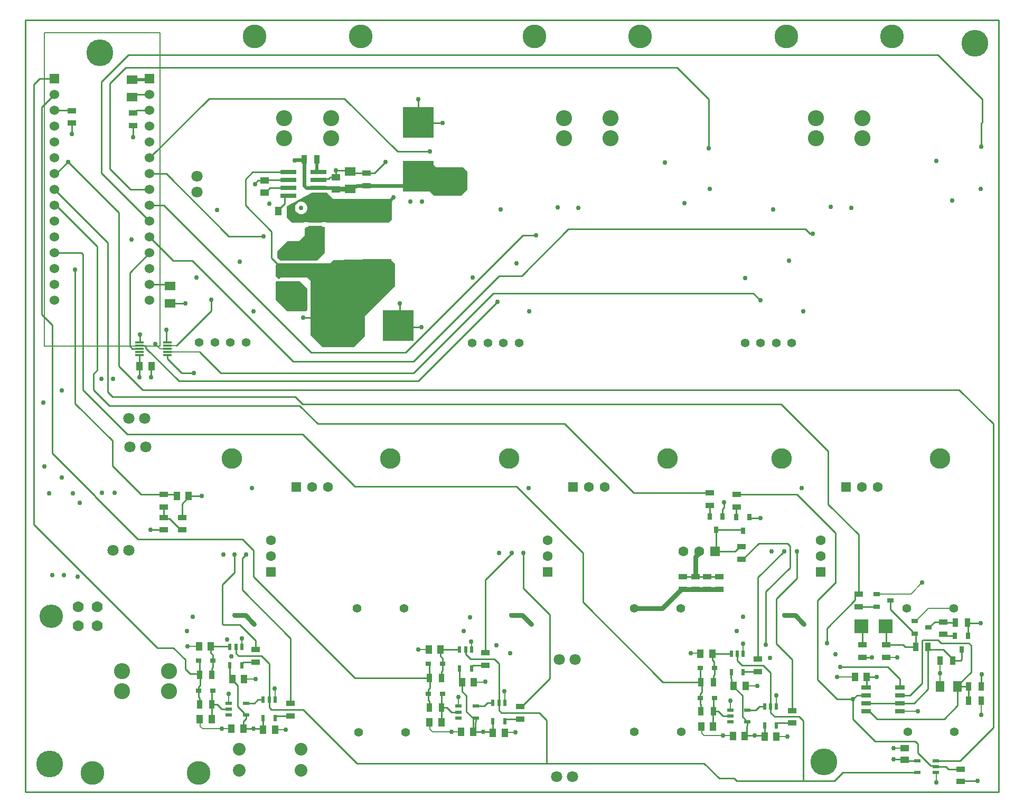
<source format=gbl>
G04*
G04 #@! TF.GenerationSoftware,Altium Limited,Altium Designer,21.9.2 (33)*
G04*
G04 Layer_Physical_Order=4*
G04 Layer_Color=16711680*
%FSLAX25Y25*%
%MOIN*%
G70*
G04*
G04 #@! TF.SameCoordinates,2187BA10-C0C5-499C-AD3E-B80059DCE3BC*
G04*
G04*
G04 #@! TF.FilePolarity,Positive*
G04*
G01*
G75*
%ADD13C,0.01000*%
%ADD15C,0.00500*%
%ADD17R,0.03543X0.05315*%
%ADD20R,0.07087X0.05709*%
%ADD21R,0.02362X0.03937*%
%ADD26C,0.03000*%
%ADD31R,0.05315X0.03543*%
%ADD32R,0.04134X0.05512*%
%ADD33R,0.08898X0.11024*%
%ADD38R,0.05512X0.04134*%
%ADD39R,0.05709X0.07087*%
%ADD79C,0.00800*%
%ADD82C,0.02000*%
%ADD84C,0.03000*%
%ADD85R,0.06299X0.06299*%
%ADD86C,0.06299*%
%ADD87C,0.07087*%
%ADD88C,0.10158*%
%ADD89C,0.15000*%
%ADD90C,0.06024*%
%ADD91R,0.06024X0.06024*%
%ADD92C,0.13000*%
%ADD93R,0.06299X0.06299*%
%ADD94C,0.05600*%
%ADD95C,0.07000*%
%ADD96C,0.14800*%
%ADD97C,0.16929*%
%ADD98C,0.08000*%
%ADD99C,0.05512*%
%ADD116R,0.02756X0.03937*%
%ADD117R,0.03937X0.02362*%
%ADD118R,0.21260X0.11417*%
%ADD119R,0.08661X0.08701*%
%ADD120R,0.06102X0.02559*%
%ADD121R,0.03543X0.02559*%
%ADD122R,0.19685X0.19685*%
%ADD123R,0.05315X0.01181*%
%ADD124R,0.09843X0.02756*%
%ADD125R,0.19685X0.19685*%
%ADD126R,0.03937X0.02756*%
%ADD127C,0.02300*%
G36*
X259500Y394500D02*
X276500D01*
X279000Y392000D01*
Y380500D01*
X275000Y376500D01*
X258000D01*
X251500Y383000D01*
Y395500D01*
X255500Y398500D01*
X259500Y394500D01*
D02*
G37*
G36*
X194500Y374500D02*
X230000D01*
X231500Y373000D01*
Y361500D01*
X229500Y359500D01*
X189944D01*
Y360113D01*
X176246D01*
Y359500D01*
X168500D01*
X165000Y363000D01*
X165000Y370000D01*
X181000Y378500D01*
X190500D01*
X194500Y374500D01*
D02*
G37*
G36*
X189000Y340500D02*
X184000Y335500D01*
X161000D01*
X159000Y337500D01*
Y341500D01*
X165500Y348000D01*
X173000D01*
X176500Y351500D01*
Y356000D01*
X177387Y356887D01*
X189000D01*
Y340500D01*
D02*
G37*
G36*
X178000Y318000D02*
Y304500D01*
X177000Y303500D01*
X165500D01*
X158000Y311000D01*
Y322000D01*
X158500Y322500D01*
X173500D01*
X178000Y318000D01*
D02*
G37*
G36*
X231000Y336000D02*
X233500Y333500D01*
Y319000D01*
X233000D01*
X214500Y300500D01*
Y288000D01*
X207500Y281000D01*
X187500D01*
X180000Y288500D01*
Y323000D01*
X178000Y325000D01*
X161000D01*
X160000Y324000D01*
X158000Y326000D01*
Y333000D01*
X159000Y334000D01*
X192500D01*
X194500Y336000D01*
X195000D01*
X219000Y336500D01*
X231000D01*
Y336000D01*
D02*
G37*
%LPC*%
G36*
X174755Y372813D02*
X173728D01*
X172736Y372547D01*
X171847Y372033D01*
X171121Y371307D01*
X170607Y370418D01*
X170342Y369426D01*
Y368399D01*
X170607Y367407D01*
X171121Y366518D01*
X171847Y365792D01*
X172736Y365278D01*
X173728Y365013D01*
X174755D01*
X175747Y365278D01*
X176636Y365792D01*
X177362Y366518D01*
X177876Y367407D01*
X178141Y368399D01*
Y369426D01*
X177876Y370418D01*
X177362Y371307D01*
X176636Y372033D01*
X175747Y372547D01*
X174755Y372813D01*
D02*
G37*
%LPD*%
D13*
X88332Y172606D02*
X91072D01*
X87500Y173437D02*
X88332Y172606D01*
X91072D02*
X98114Y165563D01*
X451114Y154937D02*
X452000D01*
X448177Y152000D02*
X451114Y154937D01*
X435500Y152000D02*
X448177D01*
X452531Y146531D02*
X463000Y157000D01*
X448890Y179953D02*
X449000Y180063D01*
X448890Y173500D02*
Y179953D01*
X423886Y135937D02*
X425157D01*
X430500D01*
X423000D02*
X423886D01*
X415000D02*
X423000D01*
X430500D02*
X438000D01*
X340500Y232500D02*
X384063Y188937D01*
X432000D01*
X436055Y152555D02*
Y165535D01*
X435500Y152000D02*
X436055Y152555D01*
X452445Y165535D02*
X452945Y165035D01*
X436055Y165535D02*
X452445D01*
X432000Y174000D02*
Y181063D01*
X441000Y179459D02*
Y183000D01*
X440110Y174000D02*
Y178569D01*
X441000Y179459D01*
X457000Y173500D02*
X457500Y173000D01*
X464000D01*
X449000Y188000D02*
X487000D01*
X511414Y163586D01*
Y132000D02*
Y163586D01*
X511000Y132000D02*
X511414D01*
X500000Y121000D02*
X511000Y132000D01*
X500000Y71000D02*
Y121000D01*
Y71000D02*
X512500Y58500D01*
X522500D01*
X523842Y121173D02*
Y123665D01*
X525114Y124937D01*
X506000Y94000D02*
Y103331D01*
X523842Y121173D01*
X525114Y124937D02*
X526000D01*
X175000Y245000D02*
X477000D01*
X506750Y215250D01*
X170500Y249500D02*
X175000Y245000D01*
X506750Y181750D02*
X526000Y162500D01*
X506750Y181750D02*
Y215250D01*
X463000Y157000D02*
X481000D01*
X482750Y141750D02*
Y155250D01*
X481000Y157000D02*
X482750Y155250D01*
X467500Y126500D02*
X482750Y141750D01*
X487000Y135000D02*
Y152000D01*
X474000Y122000D02*
X487000Y135000D01*
X467500Y93000D02*
Y126500D01*
X462500Y83937D02*
Y135500D01*
X479000Y152000D01*
X474000Y93500D02*
Y122000D01*
Y93500D02*
X484000Y83500D01*
Y51374D02*
Y83500D01*
X310000Y193000D02*
X352000Y151000D01*
Y120000D02*
Y151000D01*
Y120000D02*
X402563Y69437D01*
X526000Y124937D02*
Y162500D01*
X19500Y370500D02*
X45500Y344500D01*
X18500Y370500D02*
X19500D01*
X45500Y344500D02*
X45500D01*
X18500Y380500D02*
X52000Y347000D01*
X611000Y40500D02*
Y232500D01*
X590240Y19740D02*
X611000Y40500D01*
X589500Y254000D02*
X611000Y232500D01*
X74000Y254000D02*
X589500D01*
X491000Y7000D02*
Y45000D01*
X488500Y47500D02*
X491000Y45000D01*
X473000Y47500D02*
X488500D01*
X491000Y7000D02*
X510740D01*
X516000Y12260D02*
X563095D01*
X510740Y7000D02*
X516000Y12260D01*
X449000Y7000D02*
X491000D01*
X329000Y18000D02*
X428500D01*
X438000Y8500D01*
X447500D01*
X449000Y7000D01*
X43000Y254000D02*
X53000Y244000D01*
X173172D01*
X184672Y232500D01*
X340500D01*
X55000Y249500D02*
X170500D01*
X43000Y254000D02*
Y264000D01*
X45500Y266500D01*
X64500Y226000D02*
X175000D01*
X208000Y193000D01*
X36500Y254000D02*
Y339500D01*
Y254000D02*
X64500Y226000D01*
X52000Y252500D02*
X55000Y249500D01*
X35500Y340500D02*
X36500Y339500D01*
X45500Y266500D02*
Y344500D01*
X103240Y186311D02*
Y187000D01*
X99000Y173437D02*
Y182071D01*
X103240Y186311D01*
X98114Y165563D02*
X99000D01*
X99063Y165500D01*
X79000D02*
X87437D01*
X87500Y165563D01*
Y173437D02*
Y180063D01*
X570555Y103945D02*
X574047Y107437D01*
X579500D01*
X569965Y103945D02*
X570555D01*
X579937Y107000D02*
X587063D01*
X579500Y107437D02*
X579937Y107000D01*
X595000Y106937D02*
X595437Y106500D01*
X594937Y107000D02*
X595000Y106937D01*
X595437Y106500D02*
X603000D01*
X595000Y98500D02*
Y106937D01*
X580563Y98500D02*
X586890D01*
X579500Y99563D02*
X580563Y98500D01*
X584165Y84272D02*
Y85287D01*
X579417Y90035D02*
X584165Y85287D01*
X571209Y90035D02*
X579417D01*
X584165Y84272D02*
X585437Y83000D01*
X590359D02*
X590945Y83586D01*
Y90035D01*
X585437Y83000D02*
X590359D01*
X595500Y94000D02*
X597000Y92500D01*
Y75677D02*
Y92500D01*
X578000Y94000D02*
X595500D01*
X588512Y67189D02*
X597000Y75677D01*
X78500Y400500D02*
X116000Y438000D01*
X201500D01*
X235000Y404500D02*
X255500D01*
X201500Y438000D02*
X235000Y404500D01*
X295500Y315000D02*
X459500D01*
X464000Y310500D01*
X248000Y259500D02*
X298000Y309500D01*
X97000Y259500D02*
X248000D01*
X95453Y281953D02*
X117500Y304000D01*
Y311000D01*
X342914Y355500D02*
X492500D01*
X495500Y352500D01*
X299000Y326000D02*
X313414D01*
X245000Y272000D02*
X299000Y326000D01*
X313414D02*
X342914Y355500D01*
X239953Y277500D02*
X313953Y351500D01*
X322500D01*
X128500Y351000D02*
X150500D01*
X89000Y390500D02*
X128500Y351000D01*
X94823Y187937D02*
X95760Y187000D01*
X73063Y187937D02*
X94823D01*
X55000Y206000D02*
X73063Y187937D01*
X103240Y187000D02*
X111500D01*
X44000Y186500D02*
X71000Y159500D01*
X137000D02*
X144000Y152500D01*
X71000Y159500D02*
X137000D01*
X590937Y7000D02*
X601000D01*
X590500Y6563D02*
X590937Y7000D01*
X574905Y16000D02*
X581236D01*
X582799Y14437D02*
X590500D01*
X581236Y16000D02*
X582799Y14437D01*
X603500Y422521D02*
X604000Y423021D01*
X603500Y407500D02*
Y422521D01*
X604000Y423021D02*
Y437500D01*
X215500Y390937D02*
X220437D01*
X227500Y398000D01*
X5500Y169000D02*
X83503Y90997D01*
X5500Y169000D02*
Y447000D01*
X209500Y18000D02*
X329000D01*
Y45414D01*
X175500Y52000D02*
X209500Y18000D01*
X474240Y42819D02*
X474921Y43500D01*
X470500Y50000D02*
X473000Y47500D01*
X474921Y43500D02*
X484000D01*
X474240Y42031D02*
Y42819D01*
X548000Y20500D02*
X554760D01*
X555000Y20260D01*
X555520Y19740D01*
X563095D01*
X536500Y32000D02*
X561914D01*
X563500Y30414D01*
X522500Y46000D02*
X536500Y32000D01*
X525000Y61000D02*
X530870D01*
X522500Y46000D02*
Y58500D01*
X525000Y61000D01*
X563500Y24500D02*
Y30414D01*
Y24500D02*
X571437Y16563D01*
X574342D02*
X574905Y16000D01*
X571437Y16563D02*
X574342D01*
X245000Y264500D02*
X295500Y315000D01*
X123500Y264500D02*
X245000D01*
X52000Y252500D02*
Y347000D01*
X59000Y269000D02*
Y366000D01*
Y269000D02*
X74000Y254000D01*
X574905Y19740D02*
X590240D01*
X27000Y398000D02*
X59000Y366000D01*
X19500Y390500D02*
X27000Y398000D01*
X18500Y390500D02*
X19500D01*
X137803Y44740D02*
X139413Y46350D01*
X137803Y39937D02*
Y44740D01*
X133000Y87500D02*
Y91780D01*
Y87500D02*
X134500Y86000D01*
X449500Y83000D02*
Y87343D01*
Y83000D02*
X452500Y80000D01*
X465831D01*
X175500Y299500D02*
X190500D01*
X191500Y298500D01*
X130760Y70685D02*
Y71374D01*
Y70685D02*
X134000Y67445D01*
X137945Y49315D02*
X138626Y48634D01*
X137945Y49315D02*
Y50102D01*
X134000Y54047D02*
Y67445D01*
X138626Y48634D02*
X139413D01*
X134000Y54047D02*
X137945Y50102D01*
X274260Y70937D02*
X275760Y69437D01*
X274000Y77772D02*
X274260Y77512D01*
Y70937D02*
Y77512D01*
X275760Y63461D02*
X278500Y60720D01*
X275760Y63461D02*
Y69437D01*
X278500Y50717D02*
Y60720D01*
X282740Y37937D02*
Y46476D01*
X278500Y50717D02*
X282740Y46476D01*
X109984Y278016D02*
X123500Y264500D01*
X98916D02*
X106500D01*
X89830Y273586D02*
X98916Y264500D01*
X89830Y273586D02*
Y275977D01*
X89760Y276047D02*
X89830Y275977D01*
X76198Y280302D02*
X97000Y259500D01*
X75436Y281875D02*
X76198Y281113D01*
Y280302D02*
Y281113D01*
X72318Y281875D02*
X75436D01*
X208000Y193000D02*
X310000D01*
X18500Y340500D02*
X35500D01*
X455126Y44197D02*
X455913D01*
X454445Y44878D02*
Y45665D01*
X452645Y47465D02*
Y60863D01*
X454445Y44878D02*
X455126Y44197D01*
X452645Y47465D02*
X454445Y45665D01*
X455913Y41913D02*
Y44197D01*
X447260Y66248D02*
Y66937D01*
Y66248D02*
X452645Y60863D01*
X552130Y61000D02*
X558500D01*
X566000Y68500D02*
Y95414D01*
X558500Y61000D02*
X566000Y68500D01*
X566586Y96000D02*
X576000D01*
X566000Y95414D02*
X566586Y96000D01*
X576000D02*
X578000Y94000D01*
X588512Y66500D02*
Y67189D01*
X569937Y64937D02*
Y91500D01*
X561000Y56000D02*
X569937Y64937D01*
Y91307D02*
X571209Y90035D01*
X537642Y46000D02*
X580000D01*
X588512Y54512D01*
X532642Y51000D02*
X537642Y46000D01*
X530870Y51000D02*
X532642D01*
X588512Y54512D02*
Y66500D01*
X595563D01*
Y57500D02*
Y66500D01*
X603437Y74087D02*
X603707Y74357D01*
X603437Y66500D02*
Y74087D01*
X552130Y56000D02*
X561000D01*
X530870D02*
X552130D01*
X526173Y116890D02*
X537500D01*
X526000Y117063D02*
X526173Y116890D01*
X560032Y100768D02*
X560910Y99890D01*
X560032Y100768D02*
Y101358D01*
X560910Y99890D02*
X561500D01*
X545965Y115425D02*
X560032Y101358D01*
X545965Y115425D02*
Y120945D01*
X543500Y92937D02*
Y104276D01*
X543276Y104500D02*
X543500Y104276D01*
X528500Y92937D02*
Y103724D01*
X527724Y104500D02*
X528500Y103724D01*
X528563Y85000D02*
X534500D01*
X528500Y85063D02*
X528563Y85000D01*
X543500Y92937D02*
X554063D01*
X555500Y91500D01*
X562063D01*
Y99327D01*
X561500Y99890D02*
X562063Y99327D01*
X530870Y66000D02*
X531240Y66370D01*
Y72500D01*
X537500D01*
X552130Y66000D02*
Y71370D01*
X544500Y79000D02*
X552130Y71370D01*
X514500Y79000D02*
X544500D01*
X324414Y50000D02*
X329000Y45414D01*
X155328Y52000D02*
X175500D01*
X154000Y53328D02*
X155328Y52000D01*
X134500Y86000D02*
X149000D01*
X154000Y81000D01*
Y58280D02*
Y81000D01*
Y53328D02*
Y58280D01*
X278000Y89842D02*
X278040Y89802D01*
Y86960D02*
X281000Y84000D01*
X278040Y86960D02*
Y89802D01*
X281000Y84000D02*
X296000D01*
X299000Y81000D01*
Y56343D02*
Y81000D01*
Y51500D02*
X300500Y50000D01*
X299000Y51500D02*
Y56343D01*
X300500Y50000D02*
X324414D01*
X470500Y53843D02*
Y75331D01*
Y50000D02*
Y53843D01*
X465831Y80000D02*
X470500Y75331D01*
X125086Y105500D02*
X135500D01*
X145500Y89811D02*
Y95500D01*
X135500Y105500D02*
X145500Y95500D01*
X314500Y128500D02*
X331000Y112000D01*
X314500Y128500D02*
Y151000D01*
X132000Y138500D02*
Y150000D01*
X124500Y131000D02*
X132000Y138500D01*
X137000Y127500D02*
Y147500D01*
X139500Y150000D01*
X124500Y106086D02*
X125086Y105500D01*
X124500Y106086D02*
Y131000D01*
X144000Y136000D02*
Y152500D01*
X137000Y127500D02*
X167500Y97000D01*
Y55811D02*
Y97000D01*
X44000Y186500D02*
Y187000D01*
X137921Y81937D02*
X145500D01*
X136740Y80756D02*
X137921Y81937D01*
X136740Y79969D02*
Y80756D01*
X290500Y134000D02*
X307000Y150500D01*
Y151000D01*
X290500Y87874D02*
Y134000D01*
X282921Y80000D02*
X290500D01*
X281740Y78819D02*
X282921Y80000D01*
X281740Y78031D02*
Y78819D01*
X453772Y76063D02*
X462500D01*
X453240Y75532D02*
X453772Y76063D01*
X312500Y53874D02*
X313386D01*
X331000Y71488D01*
Y112000D01*
X208063Y71937D02*
X255063D01*
X144000Y136000D02*
X208063Y71937D01*
X31500Y245368D02*
X55000Y221868D01*
Y206000D02*
Y221868D01*
X31500Y245368D02*
Y330000D01*
X139000Y387000D02*
X143500Y391500D01*
X139000Y370500D02*
Y387000D01*
X143500Y391500D02*
X165949D01*
X155500Y337394D02*
Y354000D01*
Y337394D02*
X163906Y328988D01*
X139000Y370500D02*
X155500Y354000D01*
X145000Y384401D02*
X146839Y386240D01*
X145000Y384000D02*
Y384401D01*
X163906Y328988D02*
X164595D01*
X17000Y214000D02*
X44000Y187000D01*
X10500Y301500D02*
X17000Y295000D01*
Y214000D02*
Y295000D01*
X83503Y90997D02*
X93503D01*
X9000Y450500D02*
X18500D01*
X5500Y447000D02*
X9000Y450500D01*
X402563Y69437D02*
X426563D01*
X425972Y70028D02*
Y78437D01*
Y70028D02*
X426563Y69437D01*
X93503Y90997D02*
X101000Y83500D01*
X10500Y301500D02*
Y432500D01*
X18500Y440500D01*
X109437Y74500D02*
X110063Y73874D01*
X101000Y77500D02*
X104000Y74500D01*
X101000Y77500D02*
Y83500D01*
X104000Y74500D02*
X109437D01*
X150260Y39374D02*
X150260Y39374D01*
X150260Y39177D02*
Y39374D01*
X149697Y39937D02*
X150260Y39374D01*
X150260Y39177D02*
Y39374D01*
X150260Y39177D02*
X150260Y39177D01*
X144000Y39937D02*
X149697D01*
X137803D02*
X144000D01*
X137740Y39874D02*
X137803Y39937D01*
X129197Y71437D02*
X130697D01*
X130760Y71374D01*
X129197Y71437D02*
X129260Y71374D01*
X118369Y83032D02*
Y86568D01*
Y83032D02*
X118528Y82874D01*
X117240Y87697D02*
Y91874D01*
Y87697D02*
X118369Y86568D01*
X109472Y59965D02*
X110063Y59374D01*
Y55374D02*
Y59374D01*
X109472Y59965D02*
Y63874D01*
X117937Y63283D02*
X118528Y63874D01*
X117937Y55374D02*
Y63283D01*
X117740Y55177D02*
X117937Y55374D01*
X117740Y45874D02*
Y55177D01*
X110063Y73874D02*
Y82284D01*
Y73874D02*
X110500Y73437D01*
X109472Y82874D02*
X110063Y82284D01*
X110500Y67437D02*
Y73437D01*
X109472Y66409D02*
X110500Y67437D01*
X109472Y63874D02*
Y66409D01*
X118528Y78465D02*
Y82874D01*
X117937Y77874D02*
X118528Y78465D01*
X117937Y73874D02*
Y77874D01*
Y55374D02*
X121063D01*
X124063Y52374D02*
X128587D01*
X121063Y55374D02*
X124063Y52374D01*
X139413Y46350D02*
Y48634D01*
X150260Y39374D02*
Y46468D01*
X158421Y47937D02*
X167500D01*
X157740Y47256D02*
X158421Y47937D01*
X157740Y46468D02*
Y47256D01*
X146843Y58280D02*
X150260D01*
X144677Y56114D02*
X146843Y58280D01*
X139413Y56114D02*
X144677D01*
X129193Y72941D02*
X130697Y71437D01*
X129000Y75937D02*
X129193Y75744D01*
Y72941D02*
Y75744D01*
X129000Y79709D02*
X129260Y79969D01*
X129000Y75937D02*
Y79709D01*
X129165Y91874D02*
X129260Y91780D01*
X117240Y91874D02*
X129165D01*
X295260Y37240D02*
Y37437D01*
X289000Y38000D02*
X294697D01*
X295260Y37437D01*
X282803Y38000D02*
X289000D01*
X295260Y37437D02*
X295260Y37437D01*
X295260Y37240D02*
X295260Y37240D01*
X295260Y37240D02*
Y37437D01*
X282740Y37937D02*
X282803Y38000D01*
X263369Y81095D02*
Y84631D01*
Y81095D02*
X263528Y80937D01*
X262240Y85760D02*
Y89937D01*
Y85760D02*
X263369Y84631D01*
X262937Y61347D02*
X263528Y61937D01*
X262937Y53437D02*
Y61347D01*
X262740Y53240D02*
X262937Y53437D01*
X262740Y43937D02*
Y53240D01*
X255063Y53437D02*
Y57437D01*
X254472Y58028D02*
Y61937D01*
Y58028D02*
X255063Y57437D01*
X263528Y76528D02*
Y80937D01*
X262937Y75937D02*
X263528Y76528D01*
X262937Y71937D02*
Y75937D01*
X255063Y71937D02*
X255500Y71500D01*
Y65500D02*
Y71500D01*
X255063Y71937D02*
Y80347D01*
X254472Y64472D02*
X255500Y65500D01*
X254472Y61937D02*
Y64472D01*
Y80937D02*
X255063Y80347D01*
X284413Y44413D02*
Y46697D01*
X284000Y44000D02*
X284413Y44413D01*
X284000Y39197D02*
Y44000D01*
X282803Y38000D02*
X284000Y39197D01*
X262937Y53437D02*
X266063D01*
X269063Y50437D02*
X273587D01*
X266063Y53437D02*
X269063Y50437D01*
X291843Y56343D02*
X295260D01*
X289677Y54177D02*
X291843Y56343D01*
X284413Y54177D02*
X289677D01*
X303421Y46000D02*
X312500D01*
X302740Y44532D02*
Y45319D01*
X303421Y46000D01*
X295260Y37437D02*
Y44532D01*
X274165Y89937D02*
X274260Y89842D01*
X262240Y89937D02*
X274165D01*
X274000Y77772D02*
X274260Y78031D01*
X433740Y83260D02*
Y87437D01*
Y83260D02*
X434869Y82131D01*
Y78595D02*
Y82131D01*
Y78595D02*
X435028Y78437D01*
X433740Y87437D02*
X445665D01*
X445760Y87343D01*
X435028Y74028D02*
Y78437D01*
X434437Y73437D02*
X435028Y74028D01*
X434437Y69437D02*
Y73437D01*
X445697Y67000D02*
X447197D01*
X447260Y66937D01*
X445693Y68504D02*
X447197Y67000D01*
X445500Y71500D02*
Y75272D01*
X445760Y75532D01*
X445500Y71500D02*
X445693Y71307D01*
Y68504D02*
Y71307D01*
X466760Y34740D02*
Y34937D01*
X466760Y34740D02*
X466760Y34740D01*
X466197Y35500D02*
X466760Y34937D01*
X463343Y53843D02*
X466760D01*
Y34740D02*
Y34937D01*
Y34937D02*
X466760Y34937D01*
X466760Y34937D02*
Y42031D01*
X455913Y51677D02*
X461177D01*
X463343Y53843D01*
X455500Y41500D02*
X455913Y41913D01*
X434437Y50937D02*
X437563D01*
X434240Y41437D02*
Y50740D01*
X434437Y50937D01*
X437563D02*
X440563Y47937D01*
X445087D01*
X427000Y63000D02*
Y69000D01*
X426563Y69437D02*
X427000Y69000D01*
X445697Y67000D02*
X445760Y66937D01*
X454303Y35500D02*
X455500Y36697D01*
Y41500D01*
X460500Y35500D02*
X466197D01*
X454303D02*
X460500D01*
X454240Y35437D02*
X454303Y35500D01*
X434437Y50937D02*
Y58846D01*
X435028Y59437D01*
X426563Y50937D02*
Y54937D01*
X425972Y55528D02*
Y59437D01*
Y55528D02*
X426563Y54937D01*
X425972Y59437D02*
Y61972D01*
X427000Y63000D01*
X66086Y281586D02*
X67609Y280062D01*
X66086Y281586D02*
Y328086D01*
X67609Y280062D02*
X69765D01*
X66086Y328086D02*
X78500Y340500D01*
X72000Y268740D02*
X72260Y269000D01*
X72000Y262000D02*
Y268740D01*
X72440Y284012D02*
Y288940D01*
X72500Y289000D01*
X89197Y284474D02*
Y291803D01*
X89000Y292000D02*
X89197Y291803D01*
X88991Y284267D02*
X89197Y284474D01*
X78500Y340500D02*
Y340500D01*
X79500Y268760D02*
X79740Y269000D01*
X79500Y262000D02*
Y268760D01*
X72260Y269000D02*
Y276028D01*
X72240Y276047D02*
X72260Y276028D01*
X72240Y281953D02*
X72318Y281875D01*
X105500Y335500D02*
X169000Y272000D01*
X245000D01*
X87500Y370500D02*
X180500Y277500D01*
X239953D01*
X78500Y370500D02*
X87500D01*
X91512Y308500D02*
X101000D01*
X91500Y308488D02*
X91512Y308500D01*
X90512Y320500D02*
X91500Y319512D01*
X78500Y320500D02*
X90512D01*
X29500Y415500D02*
Y422563D01*
X29437Y430500D02*
X29500Y430437D01*
X18500Y430500D02*
X29437D01*
X68000Y413500D02*
Y421063D01*
X78500Y390500D02*
X89000D01*
X235429Y294500D02*
X236429Y293500D01*
X250000D01*
X235429Y294500D02*
X236500Y295571D01*
Y308500D01*
X93500Y335500D02*
X105500D01*
X78500Y350500D02*
X93500Y335500D01*
X48000Y391000D02*
X78500Y360500D01*
X48000Y448500D02*
X65000Y465500D01*
X48000Y391000D02*
Y448500D01*
X63500Y457500D02*
X411500D01*
X431500Y437500D01*
X53500Y447500D02*
X63500Y457500D01*
X53500Y393500D02*
Y447500D01*
X65000Y465500D02*
X576000D01*
X53500Y393500D02*
X66500Y380500D01*
X78500D01*
X431500Y406500D02*
Y437500D01*
X576000Y465500D02*
X604000Y437500D01*
X67500Y438988D02*
X69012Y440500D01*
X78500D01*
X68000Y428937D02*
X68886D01*
X70449Y430500D02*
X78500D01*
X68886Y428937D02*
X70449Y430500D01*
X146839Y386240D02*
X151095D01*
X151355Y386500D01*
X205095Y392012D02*
X206170Y390937D01*
X215500D01*
X185962Y387222D02*
X191363D01*
X192381Y388240D02*
X196095D01*
X185240Y386500D02*
X185962Y387222D01*
X191363D02*
X192381Y388240D01*
X248429Y422500D02*
X263500D01*
X248000Y422929D02*
Y437571D01*
Y422929D02*
X248429Y422500D01*
X151355Y386500D02*
X165949D01*
X151784Y378760D02*
X154524Y381500D01*
X151095Y378760D02*
X151784D01*
X154524Y381500D02*
X165949D01*
X164756Y376500D02*
X165949D01*
X163878Y371712D02*
Y375622D01*
X159855Y367689D02*
X163878Y371712D01*
Y375622D02*
X164756Y376500D01*
X159855Y367000D02*
Y367689D01*
X196000Y392500D02*
X204607D01*
X205095Y392012D01*
X196000Y388335D02*
Y392500D01*
Y388335D02*
X196095Y388240D01*
X-0Y487500D02*
X0Y0D01*
X-0Y487500D02*
X614500D01*
X614500Y0D01*
X0D02*
X614500D01*
D15*
X12004Y281504D02*
X84996D01*
Y479496D01*
X12004D02*
X84996D01*
X12004Y281504D02*
Y479496D01*
Y281504D02*
X84996D01*
Y479496D01*
X12004D02*
X84996D01*
X12004Y281504D02*
Y479496D01*
D17*
X183532Y309000D02*
D03*
X175658D02*
D03*
X110063Y55374D02*
D03*
X117937D02*
D03*
X110063Y73874D02*
D03*
X117937D02*
D03*
X255063Y71937D02*
D03*
X262937D02*
D03*
X255063Y53437D02*
D03*
X262937D02*
D03*
X434437Y69437D02*
D03*
X426563D02*
D03*
X434437Y50937D02*
D03*
X426563D02*
D03*
X184032Y399500D02*
D03*
X176158D02*
D03*
X562063Y91500D02*
D03*
X569937D02*
D03*
X603437Y66500D02*
D03*
X595563D02*
D03*
X587063Y107000D02*
D03*
X594937D02*
D03*
X585437Y83000D02*
D03*
X577563D02*
D03*
X595563Y57500D02*
D03*
X603437D02*
D03*
D20*
X181095Y328988D02*
D03*
Y340012D02*
D03*
X164595D02*
D03*
Y328988D02*
D03*
X91500Y308488D02*
D03*
Y319512D02*
D03*
X67500Y438988D02*
D03*
Y450012D02*
D03*
X205095Y380988D02*
D03*
Y392012D02*
D03*
D21*
X281740Y89842D02*
D03*
X274260D02*
D03*
X281740Y78031D02*
D03*
X274260D02*
D03*
X278000Y89842D02*
D03*
X449500Y87343D02*
D03*
X445760Y75532D02*
D03*
X453240D02*
D03*
X445760Y87343D02*
D03*
X453240D02*
D03*
X299000Y56343D02*
D03*
X295260Y44532D02*
D03*
X302740D02*
D03*
X295260Y56343D02*
D03*
X302740D02*
D03*
X133000Y91780D02*
D03*
X129260Y79969D02*
D03*
X136740D02*
D03*
X129260Y91780D02*
D03*
X136740D02*
D03*
X154000Y58280D02*
D03*
X150260Y46468D02*
D03*
X157740D02*
D03*
X150260Y58280D02*
D03*
X157740D02*
D03*
X474240Y53843D02*
D03*
X466760D02*
D03*
X474240Y42031D02*
D03*
X466760D02*
D03*
X470500Y53843D02*
D03*
D26*
X232500Y375500D02*
D03*
X175500Y299500D02*
D03*
X522500Y58500D02*
D03*
X170095Y399000D02*
D03*
X108000Y325000D02*
D03*
X441000Y183000D02*
D03*
X464000Y173000D02*
D03*
X506000Y94000D02*
D03*
X487000Y152000D02*
D03*
X471000D02*
D03*
X300000Y368000D02*
D03*
X472000D02*
D03*
X464000Y310500D02*
D03*
X454500Y324500D02*
D03*
X318000Y303500D02*
D03*
X298000Y309500D02*
D03*
X282500Y325000D02*
D03*
X117500Y311000D02*
D03*
X497000Y352500D02*
D03*
X310000Y334000D02*
D03*
X322500Y351500D02*
D03*
X150500Y351000D02*
D03*
X111500Y187000D02*
D03*
X79000Y165500D02*
D03*
X601000Y7000D02*
D03*
X67000Y349000D02*
D03*
X603500Y407500D02*
D03*
X603000Y381000D02*
D03*
X575000Y398500D02*
D03*
X585000Y373500D02*
D03*
X403750Y397750D02*
D03*
X432000Y381000D02*
D03*
X416000Y372000D02*
D03*
X250500Y373000D02*
D03*
X243000D02*
D03*
X227500Y398000D02*
D03*
X548000Y20500D02*
D03*
Y27500D02*
D03*
X575000Y6000D02*
D03*
X27000Y398000D02*
D03*
X470000Y84500D02*
D03*
X248000Y90000D02*
D03*
X420000Y87500D02*
D03*
X297500Y92500D02*
D03*
X306000Y87500D02*
D03*
X48500Y189000D02*
D03*
X56500D02*
D03*
X102500Y92000D02*
D03*
X166000Y308000D02*
D03*
X106500Y264500D02*
D03*
X563500Y51000D02*
D03*
X603500Y48500D02*
D03*
X603707Y74357D02*
D03*
X566142Y132307D02*
D03*
X534500Y85000D02*
D03*
X550500D02*
D03*
X577500Y75000D02*
D03*
X603000Y106500D02*
D03*
X512500Y72500D02*
D03*
X537500D02*
D03*
X511500Y87000D02*
D03*
X514500Y79000D02*
D03*
X136610Y96909D02*
D03*
X281500Y95000D02*
D03*
X453000Y93500D02*
D03*
X479000Y152000D02*
D03*
X314500Y151000D02*
D03*
X299000D02*
D03*
X125000Y150000D02*
D03*
X132000D02*
D03*
X139500D02*
D03*
X307000Y151000D02*
D03*
X31500Y330000D02*
D03*
X145000Y384000D02*
D03*
X127295Y96122D02*
D03*
X130000Y85500D02*
D03*
X144000Y39937D02*
D03*
X164500Y39437D02*
D03*
X124000Y39937D02*
D03*
X145500Y71437D02*
D03*
X128500Y61937D02*
D03*
X157500Y65437D02*
D03*
X309500Y37500D02*
D03*
X289000Y38000D02*
D03*
X269000D02*
D03*
X290500Y69500D02*
D03*
X273500Y60000D02*
D03*
X302500Y63500D02*
D03*
X101961Y101520D02*
D03*
X440500Y35500D02*
D03*
X481000Y35000D02*
D03*
X474000Y61000D02*
D03*
X445000Y57500D02*
D03*
X460500Y35500D02*
D03*
X462000Y67000D02*
D03*
X72000Y262000D02*
D03*
X72500Y289000D02*
D03*
X89000Y292000D02*
D03*
X82000Y283000D02*
D03*
X79500Y262000D02*
D03*
X101000Y308500D02*
D03*
X29500Y415500D02*
D03*
X68000Y413500D02*
D03*
X250000Y293500D02*
D03*
X236500Y308500D02*
D03*
X169500Y313000D02*
D03*
X162000D02*
D03*
Y319000D02*
D03*
X169500D02*
D03*
X255500Y404500D02*
D03*
X275599Y392768D02*
D03*
Y386768D02*
D03*
X275534Y380623D02*
D03*
X263500Y422500D02*
D03*
X248000Y437571D02*
D03*
X173432Y340253D02*
D03*
X173408Y345889D02*
D03*
X196000Y392500D02*
D03*
X431500Y406500D02*
D03*
X23000Y253500D02*
D03*
X11500Y246000D02*
D03*
X30000Y188500D02*
D03*
X15000D02*
D03*
X23000Y198500D02*
D03*
X12000Y205500D02*
D03*
X34500Y182500D02*
D03*
X33000Y136000D02*
D03*
X17000Y137000D02*
D03*
X24500D02*
D03*
X48000Y261000D02*
D03*
X55500D02*
D03*
X121000Y367500D02*
D03*
X482260Y335500D02*
D03*
X135500Y335000D02*
D03*
X349158Y368933D02*
D03*
X336157Y369433D02*
D03*
X317819Y192000D02*
D03*
X143961Y303520D02*
D03*
X306819Y111500D02*
D03*
X276819Y101500D02*
D03*
X280658Y110433D02*
D03*
X105799Y110453D02*
D03*
X142961Y192020D02*
D03*
X174241Y368913D02*
D03*
X144461Y106020D02*
D03*
X131961Y111520D02*
D03*
X319319Y106000D02*
D03*
X154000Y371500D02*
D03*
X490000Y192000D02*
D03*
X467500Y93000D02*
D03*
X449000Y101500D02*
D03*
X453000Y110500D02*
D03*
X479000Y111500D02*
D03*
X491500Y106000D02*
D03*
X491000Y303500D02*
D03*
X521500Y369000D02*
D03*
X508500Y369500D02*
D03*
D31*
X452000Y147063D02*
D03*
Y154937D02*
D03*
X415000Y128063D02*
D03*
Y135937D02*
D03*
X423000Y128063D02*
D03*
Y135937D02*
D03*
X430500Y128063D02*
D03*
Y135937D02*
D03*
X438000Y128063D02*
D03*
Y135937D02*
D03*
X87500Y165563D02*
D03*
Y173437D02*
D03*
Y187937D02*
D03*
Y180063D02*
D03*
X579500Y99563D02*
D03*
Y107437D02*
D03*
X449000Y180063D02*
D03*
Y187937D02*
D03*
X432000Y181063D02*
D03*
Y188937D02*
D03*
X590500Y6563D02*
D03*
Y14437D02*
D03*
X526000Y117063D02*
D03*
Y124937D02*
D03*
X543500Y85063D02*
D03*
Y92937D02*
D03*
X145500Y89811D02*
D03*
Y81937D02*
D03*
X290500Y87874D02*
D03*
Y80000D02*
D03*
X312500Y53874D02*
D03*
Y46000D02*
D03*
X167500Y55811D02*
D03*
Y47937D02*
D03*
X462500Y76063D02*
D03*
Y83937D02*
D03*
X484000Y43500D02*
D03*
Y51374D02*
D03*
X99000Y173437D02*
D03*
Y165563D02*
D03*
X29500Y430437D02*
D03*
Y422563D02*
D03*
X68000Y428937D02*
D03*
Y421063D02*
D03*
X215500Y390937D02*
D03*
Y383063D02*
D03*
X528500Y92937D02*
D03*
Y85063D02*
D03*
D32*
X103240Y187000D02*
D03*
X95760D02*
D03*
X79740Y269000D02*
D03*
X72260D02*
D03*
X523760Y72500D02*
D03*
X531240D02*
D03*
X137740Y39874D02*
D03*
X130260D02*
D03*
X150260Y39374D02*
D03*
X157740D02*
D03*
X117740Y45874D02*
D03*
X110260D02*
D03*
X130760Y71374D02*
D03*
X138240D02*
D03*
X117240Y91874D02*
D03*
X109760D02*
D03*
X262240Y89937D02*
D03*
X254760D02*
D03*
X275760Y69437D02*
D03*
X283240D02*
D03*
X262740Y43937D02*
D03*
X255260D02*
D03*
X295260Y37437D02*
D03*
X302740D02*
D03*
X282740Y37937D02*
D03*
X275260D02*
D03*
X426260Y87437D02*
D03*
X433740D02*
D03*
X454740Y66937D02*
D03*
X447260D02*
D03*
X426760Y41437D02*
D03*
X434240D02*
D03*
X474240Y34937D02*
D03*
X466760D02*
D03*
X446760Y35437D02*
D03*
X454240D02*
D03*
X167335Y367000D02*
D03*
X159855D02*
D03*
D33*
X183095Y364799D02*
D03*
Y352201D02*
D03*
D38*
X555000Y27740D02*
D03*
Y20260D02*
D03*
X151095Y386240D02*
D03*
Y378760D02*
D03*
X196095Y388240D02*
D03*
Y380760D02*
D03*
D39*
X588512Y66500D02*
D03*
X577488D02*
D03*
D79*
X460437Y66937D02*
X461937D01*
X454740D02*
X460437D01*
X288937Y69437D02*
X290437D01*
X283240D02*
X288937D01*
X143937Y71374D02*
X145437D01*
X138240D02*
X143937D01*
X554760Y27500D02*
X555000Y27740D01*
X548000Y27500D02*
X554760D01*
X575000Y6000D02*
Y12165D01*
X574905Y12260D02*
X575000Y12165D01*
X254697Y90000D02*
X254760Y89937D01*
X248000Y90000D02*
X254697D01*
X426197Y87500D02*
X426260Y87437D01*
X420000Y87500D02*
X426197D01*
X109634Y92000D02*
X109760Y91874D01*
X102500Y92000D02*
X109634D01*
X89760Y278016D02*
X109984D01*
X89760Y281953D02*
X95453D01*
X577500Y66512D02*
Y75000D01*
X577488Y66500D02*
X577500Y66512D01*
X552130Y51000D02*
X563500D01*
X603437Y48563D02*
X603500Y48500D01*
X603437Y48563D02*
Y57500D01*
X566142Y132142D02*
Y132307D01*
X559000Y125000D02*
X566142Y132142D01*
X537500Y125000D02*
X559000D01*
X550437Y85063D02*
X550500Y85000D01*
X543500Y85063D02*
X550437D01*
X562090Y108000D02*
X570090Y116000D01*
X586028D01*
X561500Y108000D02*
X562090D01*
X577500Y82937D02*
X577563Y83000D01*
X577500Y75000D02*
Y82937D01*
X512500Y72500D02*
X523760D01*
X136610Y96909D02*
X136740Y96779D01*
Y91780D02*
Y96779D01*
X281620Y89963D02*
Y94880D01*
Y89963D02*
X281740Y89842D01*
X281500Y95000D02*
X281620Y94880D01*
X453120Y87463D02*
Y93380D01*
Y87463D02*
X453240Y87343D01*
X453000Y93500D02*
X453120Y93380D01*
X157803Y39437D02*
X164500D01*
X157740Y39374D02*
X157803Y39437D01*
X130197Y39937D02*
X130260Y39874D01*
X124000Y39937D02*
X130197D01*
X110500Y41437D02*
Y45634D01*
X112000Y39937D02*
X124000D01*
X110500Y41437D02*
X112000Y39937D01*
X110260Y45874D02*
X110500Y45634D01*
X143937Y71374D02*
X144000Y71437D01*
X128587Y56114D02*
Y61850D01*
X128500Y61937D02*
X128587Y61850D01*
X157620Y58400D02*
Y65317D01*
X157500Y65437D02*
X157620Y65317D01*
Y58400D02*
X157740Y58280D01*
X302803Y37500D02*
X309500D01*
X302740Y37437D02*
X302803Y37500D01*
X275197Y38000D02*
X275260Y37937D01*
X269000Y38000D02*
X275197D01*
X255260Y43937D02*
X255500Y43697D01*
Y39500D02*
Y43697D01*
X257000Y38000D02*
X269000D01*
X255500Y39500D02*
X257000Y38000D01*
X288937Y69437D02*
X289000Y69500D01*
X273500Y60000D02*
X273587Y59913D01*
Y54177D02*
Y59913D01*
X302500Y63500D02*
X302620Y63380D01*
Y56463D02*
X302740Y56343D01*
X302620Y56463D02*
Y63380D01*
X474120Y53963D02*
Y60880D01*
X474000Y61000D02*
X474120Y60880D01*
Y53963D02*
X474240Y53843D01*
X474303Y35000D02*
X481000D01*
X474240Y34937D02*
X474303Y35000D01*
X460437Y66937D02*
X460500Y67000D01*
X446697Y35500D02*
X446760Y35437D01*
X440500Y35500D02*
X446697D01*
X426760Y41437D02*
X427000Y41197D01*
Y37000D02*
Y41197D01*
X428500Y35500D02*
X440500D01*
X427000Y37000D02*
X428500Y35500D01*
X445000Y57500D02*
X445087Y57413D01*
Y51677D02*
Y57413D01*
X85016Y279984D02*
X89760D01*
X82000Y283000D02*
X85016Y279984D01*
D82*
X78012Y450012D02*
X78500Y450500D01*
X67500Y450012D02*
X78012D01*
X230750Y373750D02*
X232500Y375500D01*
X184032Y391878D02*
X184410Y391500D01*
X184032Y391878D02*
Y399500D01*
X184410Y391500D02*
X185240D01*
D84*
X414114Y128063D02*
X415000D01*
X384319Y116000D02*
X402051D01*
X414114Y128063D01*
X423000D02*
X430500D01*
X415000D02*
X423000D01*
X430500D02*
X438000D01*
X423000Y135937D02*
Y148607D01*
X425500Y151107D01*
Y152000D01*
X196209Y380874D02*
X204981D01*
X138961Y111520D02*
X144461Y106020D01*
X131961Y111520D02*
X138961D01*
X313819Y111500D02*
X319319Y106000D01*
X306819Y111500D02*
X313819D01*
X479000D02*
X486000D01*
X491500Y106000D01*
D85*
X435500Y152000D02*
D03*
X518000Y192500D02*
D03*
X345819D02*
D03*
X170961Y192520D02*
D03*
D86*
X425500Y152000D02*
D03*
X415500D02*
D03*
X538000Y192500D02*
D03*
X528000D02*
D03*
X502000Y159000D02*
D03*
Y149000D02*
D03*
X365819Y192500D02*
D03*
X355819D02*
D03*
X329819Y159000D02*
D03*
Y149000D02*
D03*
X190961Y192520D02*
D03*
X180961D02*
D03*
X154961Y159020D02*
D03*
Y149020D02*
D03*
D87*
X108500Y379000D02*
D03*
Y389000D02*
D03*
X337000Y83500D02*
D03*
X347000D02*
D03*
X345500Y9500D02*
D03*
X335500D02*
D03*
X65500Y152500D02*
D03*
X55500D02*
D03*
X65500Y236000D02*
D03*
X75500D02*
D03*
X66000Y218000D02*
D03*
X76000D02*
D03*
D88*
X90701Y63693D02*
D03*
X61201Y76213D02*
D03*
X90701D02*
D03*
X61201Y63693D02*
D03*
X499000Y425500D02*
D03*
X528500Y412980D02*
D03*
X499000D02*
D03*
X528500Y425500D02*
D03*
X340000D02*
D03*
X369500Y412980D02*
D03*
X340000D02*
D03*
X369500Y425500D02*
D03*
X163500D02*
D03*
X193000Y412980D02*
D03*
X163500D02*
D03*
X193000Y425500D02*
D03*
D89*
X109402Y12000D02*
D03*
X42500D02*
D03*
X480299Y477193D02*
D03*
X547201D02*
D03*
X321299D02*
D03*
X388201D02*
D03*
X144799D02*
D03*
X211701D02*
D03*
D90*
X78500Y310500D02*
D03*
X18500D02*
D03*
X78500Y320500D02*
D03*
X18500D02*
D03*
X78500Y330500D02*
D03*
X18500D02*
D03*
X78500Y340500D02*
D03*
X18500D02*
D03*
X78500Y350500D02*
D03*
X18500D02*
D03*
X78500Y360500D02*
D03*
X18500D02*
D03*
X78500Y370500D02*
D03*
X18500D02*
D03*
X78500Y380500D02*
D03*
X18500D02*
D03*
X78500Y390500D02*
D03*
X18500D02*
D03*
X78500Y400500D02*
D03*
X18500D02*
D03*
X78500Y410500D02*
D03*
X18500D02*
D03*
X78500Y420500D02*
D03*
X18500D02*
D03*
X78500Y430500D02*
D03*
X18500D02*
D03*
X78500Y440500D02*
D03*
X18500D02*
D03*
D91*
X78500Y450500D02*
D03*
X18500D02*
D03*
D92*
X230461Y210520D02*
D03*
X130461D02*
D03*
X577500Y210500D02*
D03*
X477500D02*
D03*
X305319D02*
D03*
X405319D02*
D03*
D93*
X502000Y139000D02*
D03*
X329819D02*
D03*
X154961Y139020D02*
D03*
D94*
X454316Y283500D02*
D03*
X464158D02*
D03*
X474000D02*
D03*
X483842D02*
D03*
X282132Y283720D02*
D03*
X291974D02*
D03*
X301816D02*
D03*
X311658D02*
D03*
X109816Y284000D02*
D03*
X119658D02*
D03*
X129500D02*
D03*
X139342D02*
D03*
D95*
X33500Y105000D02*
D03*
Y116800D02*
D03*
X45300Y105000D02*
D03*
Y116800D02*
D03*
D96*
X16500Y110900D02*
D03*
D97*
X47000Y467000D02*
D03*
X15500Y17500D02*
D03*
X504000Y19000D02*
D03*
X599500Y473000D02*
D03*
D98*
X174000Y13500D02*
D03*
X135000D02*
D03*
Y27000D02*
D03*
X174000D02*
D03*
D99*
X586500Y38000D02*
D03*
X556972D02*
D03*
X414028D02*
D03*
X384500D02*
D03*
X240000Y37500D02*
D03*
X210472D02*
D03*
X586028Y116000D02*
D03*
X556500D02*
D03*
X413846D02*
D03*
X384319D02*
D03*
X238988Y116020D02*
D03*
X209461D02*
D03*
D116*
X436055Y165535D02*
D03*
X440110Y174000D02*
D03*
X432000D02*
D03*
X448890Y173500D02*
D03*
X457000D02*
D03*
X452945Y165035D02*
D03*
X586890Y98500D02*
D03*
X595000D02*
D03*
X590945Y90035D02*
D03*
D117*
X574905Y12260D02*
D03*
Y19740D02*
D03*
X563095Y12260D02*
D03*
Y19740D02*
D03*
X574905Y16000D02*
D03*
X284413Y46697D02*
D03*
Y54177D02*
D03*
X273587D02*
D03*
Y50437D02*
D03*
Y46697D02*
D03*
X445087Y44197D02*
D03*
Y47937D02*
D03*
Y51677D02*
D03*
X455913D02*
D03*
Y44197D02*
D03*
X128587Y48634D02*
D03*
Y52374D02*
D03*
Y56114D02*
D03*
X139413D02*
D03*
Y48634D02*
D03*
D118*
X219095Y366595D02*
D03*
Y328405D02*
D03*
D119*
X543276Y104500D02*
D03*
X527724D02*
D03*
D120*
X552130Y66000D02*
D03*
Y61000D02*
D03*
Y56000D02*
D03*
Y51000D02*
D03*
X530870Y66000D02*
D03*
Y61000D02*
D03*
Y56000D02*
D03*
Y51000D02*
D03*
D121*
X109472Y63874D02*
D03*
X118528D02*
D03*
Y82874D02*
D03*
X109472D02*
D03*
X263528Y80937D02*
D03*
X254472D02*
D03*
Y61937D02*
D03*
X263528D02*
D03*
X425972Y78437D02*
D03*
X435028D02*
D03*
Y59437D02*
D03*
X425972D02*
D03*
D122*
X248000Y389071D02*
D03*
Y422929D02*
D03*
D123*
X72240Y276047D02*
D03*
Y278016D02*
D03*
Y279984D02*
D03*
Y281953D02*
D03*
Y283921D02*
D03*
X89760Y276047D02*
D03*
Y278016D02*
D03*
Y279984D02*
D03*
Y281953D02*
D03*
Y283921D02*
D03*
D124*
X185240Y391500D02*
D03*
Y386500D02*
D03*
Y381500D02*
D03*
Y376500D02*
D03*
X165949Y391500D02*
D03*
Y386500D02*
D03*
Y381500D02*
D03*
Y376500D02*
D03*
D125*
X201571Y294500D02*
D03*
X235429D02*
D03*
D126*
X545965Y120945D02*
D03*
X537500Y125000D02*
D03*
Y116890D02*
D03*
X569965Y103945D02*
D03*
X561500Y108000D02*
D03*
Y99890D02*
D03*
D127*
X241992Y383063D02*
X248000Y389071D01*
X215500Y383063D02*
X241992D01*
X206799Y382693D02*
X209022D01*
X209392Y383063D01*
X215500D01*
X205095Y380988D02*
X206799Y382693D01*
X204981Y380874D02*
X205095Y380988D01*
X176158Y399500D02*
Y400386D01*
X185240Y381500D02*
X195355D01*
X177500D02*
X185240D01*
X195355D02*
X196095Y380760D01*
X196209Y380874D01*
X170286Y399191D02*
X175849D01*
X170095Y399000D02*
X170286Y399191D01*
X175849D02*
X176158Y399500D01*
Y382842D02*
X177500Y381500D01*
X176158Y382842D02*
Y399500D01*
M02*

</source>
